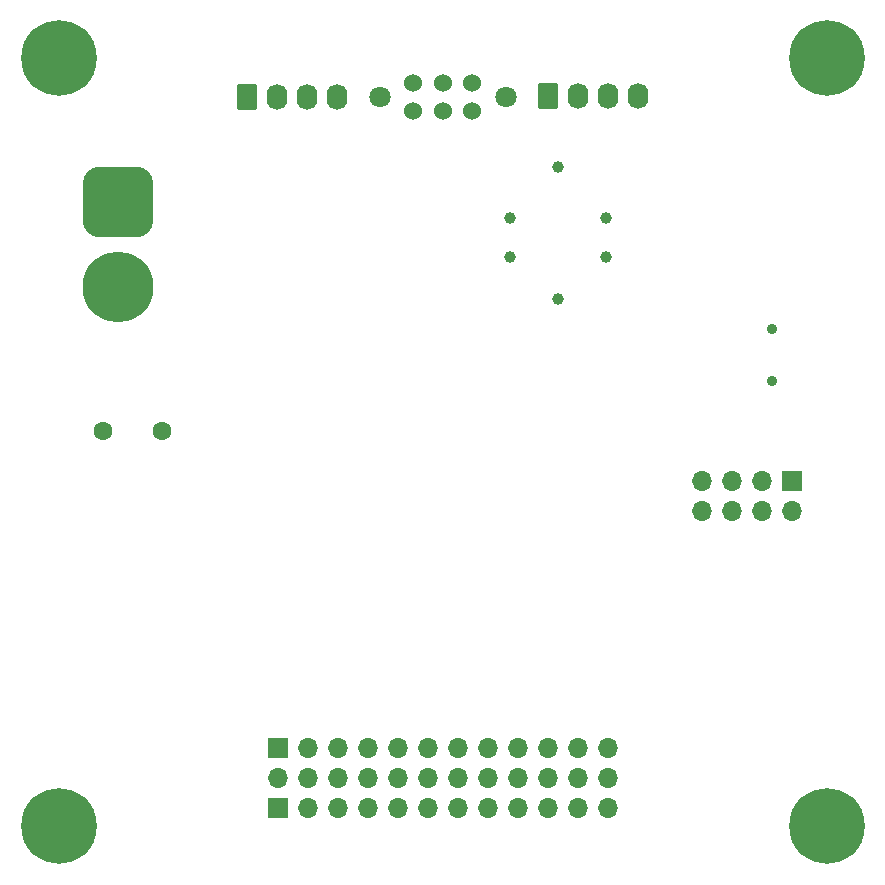
<source format=gbr>
%TF.GenerationSoftware,KiCad,Pcbnew,7.0.5*%
%TF.CreationDate,2023-12-13T15:43:58+01:00*%
%TF.ProjectId,Hexapod UGV v1.0,48657861-706f-4642-9055-47562076312e,rev?*%
%TF.SameCoordinates,Original*%
%TF.FileFunction,Soldermask,Bot*%
%TF.FilePolarity,Negative*%
%FSLAX46Y46*%
G04 Gerber Fmt 4.6, Leading zero omitted, Abs format (unit mm)*
G04 Created by KiCad (PCBNEW 7.0.5) date 2023-12-13 15:43:58*
%MOMM*%
%LPD*%
G01*
G04 APERTURE LIST*
G04 Aperture macros list*
%AMRoundRect*
0 Rectangle with rounded corners*
0 $1 Rounding radius*
0 $2 $3 $4 $5 $6 $7 $8 $9 X,Y pos of 4 corners*
0 Add a 4 corners polygon primitive as box body*
4,1,4,$2,$3,$4,$5,$6,$7,$8,$9,$2,$3,0*
0 Add four circle primitives for the rounded corners*
1,1,$1+$1,$2,$3*
1,1,$1+$1,$4,$5*
1,1,$1+$1,$6,$7*
1,1,$1+$1,$8,$9*
0 Add four rect primitives between the rounded corners*
20,1,$1+$1,$2,$3,$4,$5,0*
20,1,$1+$1,$4,$5,$6,$7,0*
20,1,$1+$1,$6,$7,$8,$9,0*
20,1,$1+$1,$8,$9,$2,$3,0*%
G04 Aperture macros list end*
%ADD10C,3.600000*%
%ADD11C,6.400000*%
%ADD12C,0.900000*%
%ADD13R,1.700000X1.700000*%
%ADD14O,1.700000X1.700000*%
%ADD15RoundRect,0.250000X-0.620000X-0.845000X0.620000X-0.845000X0.620000X0.845000X-0.620000X0.845000X0*%
%ADD16O,1.740000X2.190000*%
%ADD17C,1.800000*%
%ADD18C,1.524000*%
%ADD19RoundRect,1.500000X-1.500000X1.500000X-1.500000X-1.500000X1.500000X-1.500000X1.500000X1.500000X0*%
%ADD20C,6.000000*%
%ADD21C,1.600000*%
%ADD22C,1.000000*%
G04 APERTURE END LIST*
D10*
%TO.C,H2*%
X100000000Y-130000000D03*
D11*
X100000000Y-130000000D03*
%TD*%
D12*
%TO.C,J4*%
X160392000Y-92288000D03*
X160392000Y-87888000D03*
%TD*%
D10*
%TO.C,H4*%
X165000000Y-130000000D03*
D11*
X165000000Y-130000000D03*
%TD*%
D13*
%TO.C,PWR1*%
X118530000Y-128500000D03*
D14*
X118530000Y-125960000D03*
X121070000Y-128500000D03*
X121070000Y-125960000D03*
X123610000Y-128500000D03*
X123610000Y-125960000D03*
X126150000Y-128500000D03*
X126150000Y-125960000D03*
X128690000Y-128500000D03*
X128690000Y-125960000D03*
X131230000Y-128500000D03*
X131230000Y-125960000D03*
X133770000Y-128500000D03*
X133770000Y-125960000D03*
X136310000Y-128500000D03*
X136310000Y-125960000D03*
X138850000Y-128500000D03*
X138850000Y-125960000D03*
X141390000Y-128500000D03*
X141390000Y-125960000D03*
X143930000Y-128500000D03*
X143930000Y-125960000D03*
X146470000Y-128500000D03*
X146470000Y-125960000D03*
%TD*%
D15*
%TO.C,J2*%
X115950000Y-68240000D03*
D16*
X118490000Y-68240000D03*
X121030000Y-68240000D03*
X123570000Y-68240000D03*
%TD*%
D15*
%TO.C,J3*%
X141430000Y-68220000D03*
D16*
X143970000Y-68220000D03*
X146510000Y-68220000D03*
X149050000Y-68220000D03*
%TD*%
D13*
%TO.C,SIG1*%
X118530000Y-123420000D03*
D14*
X121070000Y-123420000D03*
X123610000Y-123420000D03*
X126150000Y-123420000D03*
X128690000Y-123420000D03*
X131230000Y-123420000D03*
X133770000Y-123420000D03*
X136310000Y-123420000D03*
X138850000Y-123420000D03*
X141390000Y-123420000D03*
X143930000Y-123420000D03*
X146470000Y-123420000D03*
%TD*%
D17*
%TO.C,SW2*%
X127150000Y-68250000D03*
X137850000Y-68250000D03*
D18*
X130000000Y-67050000D03*
X132500000Y-67050000D03*
X135000000Y-67050000D03*
X130000000Y-69450000D03*
X132500000Y-69450000D03*
X135000000Y-69450000D03*
%TD*%
D10*
%TO.C,H3*%
X165000000Y-65000000D03*
D11*
X165000000Y-65000000D03*
%TD*%
D19*
%TO.C,J5*%
X104978200Y-77172000D03*
D20*
X104978200Y-84372000D03*
%TD*%
D13*
%TO.C,J1*%
X162052000Y-100818000D03*
D14*
X162052000Y-103358000D03*
X159512000Y-100818000D03*
X159512000Y-103358000D03*
X156972000Y-100818000D03*
X156972000Y-103358000D03*
X154432000Y-100818000D03*
X154432000Y-103358000D03*
%TD*%
D10*
%TO.C,H1*%
X100000000Y-65000000D03*
D11*
X100000000Y-65000000D03*
%TD*%
D21*
%TO.C,C15*%
X103697400Y-96545400D03*
X108697400Y-96545400D03*
%TD*%
D22*
%TO.C,TP6*%
X146304000Y-81788000D03*
%TD*%
%TO.C,TP3*%
X138176000Y-78532800D03*
%TD*%
%TO.C,TP2*%
X142240000Y-85344000D03*
%TD*%
%TO.C,TP1*%
X142240000Y-74168000D03*
%TD*%
%TO.C,TP4*%
X138176000Y-81788000D03*
%TD*%
%TO.C,TP5*%
X146304000Y-78532800D03*
%TD*%
M02*

</source>
